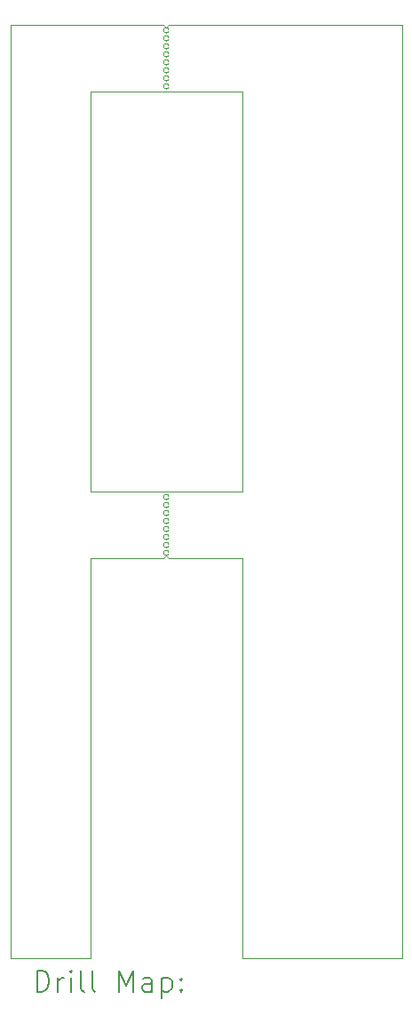
<source format=gbr>
%TF.GenerationSoftware,KiCad,Pcbnew,7.0.7*%
%TF.CreationDate,2023-09-11T08:48:19-04:00*%
%TF.ProjectId,Breadboard supply rail,42726561-6462-46f6-9172-642073757070,rev?*%
%TF.SameCoordinates,Original*%
%TF.FileFunction,Drillmap*%
%TF.FilePolarity,Positive*%
%FSLAX45Y45*%
G04 Gerber Fmt 4.5, Leading zero omitted, Abs format (unit mm)*
G04 Created by KiCad (PCBNEW 7.0.7) date 2023-09-11 08:48:19*
%MOMM*%
%LPD*%
G01*
G04 APERTURE LIST*
%ADD10C,0.100000*%
%ADD11C,0.200000*%
G04 APERTURE END LIST*
D10*
X13792200Y-14287500D02*
X13792200Y-10477500D01*
X13030200Y-14287500D02*
X13030200Y-5397500D01*
X15240000Y-14287500D02*
X15240000Y-10477500D01*
X13792200Y-9842500D02*
X13792200Y-6032500D01*
X14541500Y-10426700D02*
G75*
G03*
X14541500Y-10426700I-25400J0D01*
G01*
X14541500Y-10350500D02*
G75*
G03*
X14541500Y-10350500I-25400J0D01*
G01*
X14541500Y-10045700D02*
G75*
G03*
X14541500Y-10045700I-25400J0D01*
G01*
X14541500Y-5829300D02*
G75*
G03*
X14541500Y-5829300I-25400J0D01*
G01*
X14541500Y-5448300D02*
G75*
G03*
X14541500Y-5448300I-25400J0D01*
G01*
X15240000Y-9842500D02*
X15240000Y-6032500D01*
X15240000Y-14287500D02*
X16764000Y-14287500D01*
X14541500Y-10121900D02*
G75*
G03*
X14541500Y-10121900I-25400J0D01*
G01*
X14541500Y-5524500D02*
G75*
G03*
X14541500Y-5524500I-25400J0D01*
G01*
X14490700Y-5397500D02*
X14516100Y-5422900D01*
X14541500Y-9893300D02*
G75*
G03*
X14541500Y-9893300I-25400J0D01*
G01*
X14490700Y-10477500D02*
X14516100Y-10452100D01*
X15240000Y-10477500D02*
X14541500Y-10477500D01*
X14541500Y-5600700D02*
G75*
G03*
X14541500Y-5600700I-25400J0D01*
G01*
X15240000Y-6032500D02*
X13792200Y-6032500D01*
X13792200Y-9842500D02*
X15240000Y-9842500D01*
X14541500Y-5397500D02*
X16764000Y-5397500D01*
X14541500Y-10198100D02*
G75*
G03*
X14541500Y-10198100I-25400J0D01*
G01*
X14541500Y-9969500D02*
G75*
G03*
X14541500Y-9969500I-25400J0D01*
G01*
X13792200Y-14287500D02*
X13030200Y-14287500D01*
X14541500Y-10477500D02*
X14516100Y-10452100D01*
X14490700Y-10477500D02*
X13792200Y-10477500D01*
X14541500Y-5397500D02*
X14516100Y-5422900D01*
X14541500Y-5676900D02*
G75*
G03*
X14541500Y-5676900I-25400J0D01*
G01*
X16764000Y-14287500D02*
X16764000Y-5397500D01*
X14541500Y-5753100D02*
G75*
G03*
X14541500Y-5753100I-25400J0D01*
G01*
X14541500Y-5905500D02*
G75*
G03*
X14541500Y-5905500I-25400J0D01*
G01*
X14490700Y-5397500D02*
X13030200Y-5397500D01*
X14541500Y-5981700D02*
G75*
G03*
X14541500Y-5981700I-25400J0D01*
G01*
X14541500Y-10274300D02*
G75*
G03*
X14541500Y-10274300I-25400J0D01*
G01*
D11*
X13285977Y-14603984D02*
X13285977Y-14403984D01*
X13285977Y-14403984D02*
X13333596Y-14403984D01*
X13333596Y-14403984D02*
X13362167Y-14413508D01*
X13362167Y-14413508D02*
X13381215Y-14432555D01*
X13381215Y-14432555D02*
X13390739Y-14451603D01*
X13390739Y-14451603D02*
X13400262Y-14489698D01*
X13400262Y-14489698D02*
X13400262Y-14518269D01*
X13400262Y-14518269D02*
X13390739Y-14556365D01*
X13390739Y-14556365D02*
X13381215Y-14575412D01*
X13381215Y-14575412D02*
X13362167Y-14594460D01*
X13362167Y-14594460D02*
X13333596Y-14603984D01*
X13333596Y-14603984D02*
X13285977Y-14603984D01*
X13485977Y-14603984D02*
X13485977Y-14470650D01*
X13485977Y-14508746D02*
X13495501Y-14489698D01*
X13495501Y-14489698D02*
X13505024Y-14480174D01*
X13505024Y-14480174D02*
X13524072Y-14470650D01*
X13524072Y-14470650D02*
X13543120Y-14470650D01*
X13609786Y-14603984D02*
X13609786Y-14470650D01*
X13609786Y-14403984D02*
X13600262Y-14413508D01*
X13600262Y-14413508D02*
X13609786Y-14423031D01*
X13609786Y-14423031D02*
X13619310Y-14413508D01*
X13619310Y-14413508D02*
X13609786Y-14403984D01*
X13609786Y-14403984D02*
X13609786Y-14423031D01*
X13733596Y-14603984D02*
X13714548Y-14594460D01*
X13714548Y-14594460D02*
X13705024Y-14575412D01*
X13705024Y-14575412D02*
X13705024Y-14403984D01*
X13838358Y-14603984D02*
X13819310Y-14594460D01*
X13819310Y-14594460D02*
X13809786Y-14575412D01*
X13809786Y-14575412D02*
X13809786Y-14403984D01*
X14066929Y-14603984D02*
X14066929Y-14403984D01*
X14066929Y-14403984D02*
X14133596Y-14546841D01*
X14133596Y-14546841D02*
X14200262Y-14403984D01*
X14200262Y-14403984D02*
X14200262Y-14603984D01*
X14381215Y-14603984D02*
X14381215Y-14499222D01*
X14381215Y-14499222D02*
X14371691Y-14480174D01*
X14371691Y-14480174D02*
X14352643Y-14470650D01*
X14352643Y-14470650D02*
X14314548Y-14470650D01*
X14314548Y-14470650D02*
X14295501Y-14480174D01*
X14381215Y-14594460D02*
X14362167Y-14603984D01*
X14362167Y-14603984D02*
X14314548Y-14603984D01*
X14314548Y-14603984D02*
X14295501Y-14594460D01*
X14295501Y-14594460D02*
X14285977Y-14575412D01*
X14285977Y-14575412D02*
X14285977Y-14556365D01*
X14285977Y-14556365D02*
X14295501Y-14537317D01*
X14295501Y-14537317D02*
X14314548Y-14527793D01*
X14314548Y-14527793D02*
X14362167Y-14527793D01*
X14362167Y-14527793D02*
X14381215Y-14518269D01*
X14476453Y-14470650D02*
X14476453Y-14670650D01*
X14476453Y-14480174D02*
X14495501Y-14470650D01*
X14495501Y-14470650D02*
X14533596Y-14470650D01*
X14533596Y-14470650D02*
X14552643Y-14480174D01*
X14552643Y-14480174D02*
X14562167Y-14489698D01*
X14562167Y-14489698D02*
X14571691Y-14508746D01*
X14571691Y-14508746D02*
X14571691Y-14565888D01*
X14571691Y-14565888D02*
X14562167Y-14584936D01*
X14562167Y-14584936D02*
X14552643Y-14594460D01*
X14552643Y-14594460D02*
X14533596Y-14603984D01*
X14533596Y-14603984D02*
X14495501Y-14603984D01*
X14495501Y-14603984D02*
X14476453Y-14594460D01*
X14657405Y-14584936D02*
X14666929Y-14594460D01*
X14666929Y-14594460D02*
X14657405Y-14603984D01*
X14657405Y-14603984D02*
X14647882Y-14594460D01*
X14647882Y-14594460D02*
X14657405Y-14584936D01*
X14657405Y-14584936D02*
X14657405Y-14603984D01*
X14657405Y-14480174D02*
X14666929Y-14489698D01*
X14666929Y-14489698D02*
X14657405Y-14499222D01*
X14657405Y-14499222D02*
X14647882Y-14489698D01*
X14647882Y-14489698D02*
X14657405Y-14480174D01*
X14657405Y-14480174D02*
X14657405Y-14499222D01*
M02*

</source>
